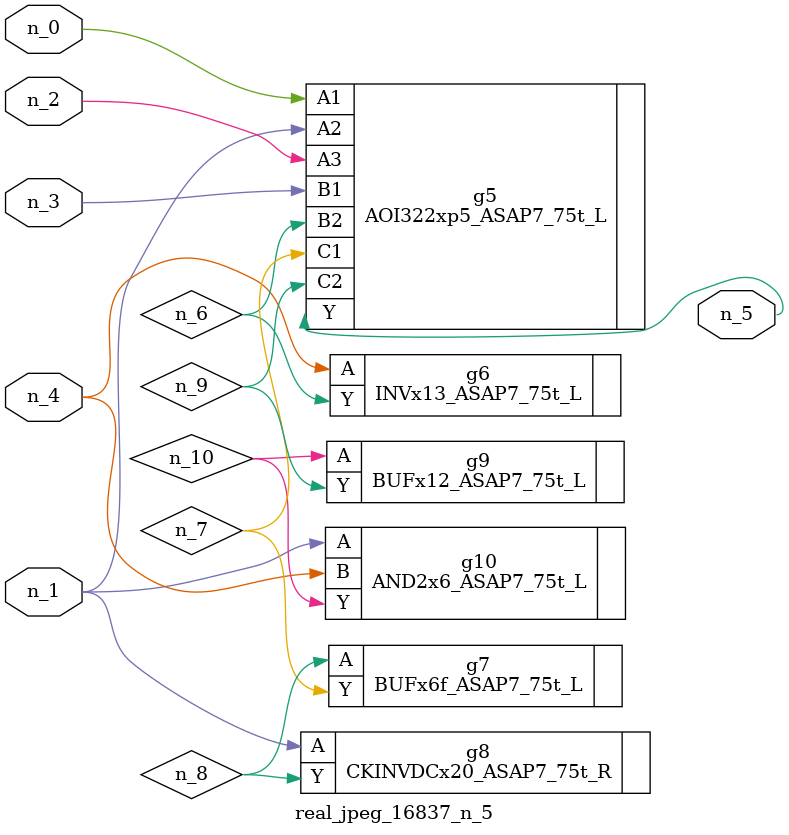
<source format=v>
module real_jpeg_16837_n_5 (n_4, n_0, n_1, n_2, n_3, n_5);

input n_4;
input n_0;
input n_1;
input n_2;
input n_3;

output n_5;

wire n_8;
wire n_6;
wire n_7;
wire n_10;
wire n_9;

AOI322xp5_ASAP7_75t_L g5 ( 
.A1(n_0),
.A2(n_1),
.A3(n_2),
.B1(n_3),
.B2(n_6),
.C1(n_7),
.C2(n_9),
.Y(n_5)
);

CKINVDCx20_ASAP7_75t_R g8 ( 
.A(n_1),
.Y(n_8)
);

AND2x6_ASAP7_75t_L g10 ( 
.A(n_1),
.B(n_4),
.Y(n_10)
);

INVx13_ASAP7_75t_L g6 ( 
.A(n_4),
.Y(n_6)
);

BUFx6f_ASAP7_75t_L g7 ( 
.A(n_8),
.Y(n_7)
);

BUFx12_ASAP7_75t_L g9 ( 
.A(n_10),
.Y(n_9)
);


endmodule
</source>
